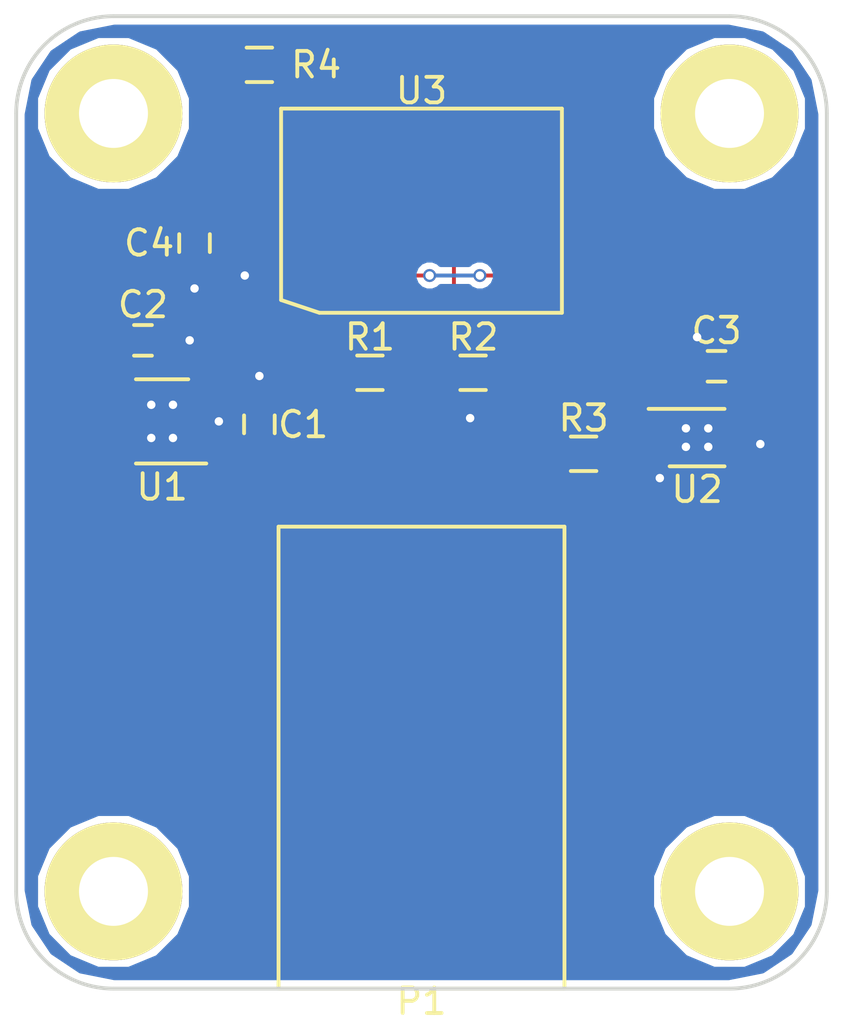
<source format=kicad_pcb>
(kicad_pcb (version 4) (host pcbnew 4.0.2-stable)

  (general
    (links 39)
    (no_connects 0)
    (area 136.449999 101.524999 168.350001 139.775001)
    (thickness 1.6)
    (drawings 8)
    (tracks 116)
    (zones 0)
    (modules 16)
    (nets 8)
  )

  (page A4)
  (layers
    (0 F.Cu signal)
    (31 B.Cu signal)
    (32 B.Adhes user)
    (33 F.Adhes user)
    (34 B.Paste user)
    (35 F.Paste user)
    (36 B.SilkS user)
    (37 F.SilkS user)
    (38 B.Mask user)
    (39 F.Mask user)
    (40 Dwgs.User user)
    (41 Cmts.User user)
    (42 Eco1.User user hide)
    (43 Eco2.User user hide)
    (44 Edge.Cuts user)
    (45 Margin user)
    (46 B.CrtYd user)
    (47 F.CrtYd user)
    (48 B.Fab user)
    (49 F.Fab user hide)
  )

  (setup
    (last_trace_width 0.1524)
    (user_trace_width 0.3556)
    (trace_clearance 0.1524)
    (zone_clearance 0.254)
    (zone_45_only no)
    (trace_min 0.1524)
    (segment_width 0.2)
    (edge_width 0.15)
    (via_size 0.508)
    (via_drill 0.3302)
    (via_min_size 0.508)
    (via_min_drill 0.3302)
    (uvia_size 0.3)
    (uvia_drill 0.1)
    (uvias_allowed no)
    (uvia_min_size 0.2)
    (uvia_min_drill 0.1)
    (pcb_text_width 0.3)
    (pcb_text_size 1.5 1.5)
    (mod_edge_width 0.15)
    (mod_text_size 1 1)
    (mod_text_width 0.15)
    (pad_size 1.524 1.524)
    (pad_drill 0.762)
    (pad_to_mask_clearance 0.0762)
    (solder_mask_min_width 0.1016)
    (aux_axis_origin 0 0)
    (visible_elements 7FFFFF7F)
    (pcbplotparams
      (layerselection 0x00030_80000001)
      (usegerberextensions false)
      (excludeedgelayer true)
      (linewidth 0.100000)
      (plotframeref false)
      (viasonmask false)
      (mode 1)
      (useauxorigin false)
      (hpglpennumber 1)
      (hpglpenspeed 20)
      (hpglpendiameter 15)
      (hpglpenoverlay 2)
      (psnegative false)
      (psa4output false)
      (plotreference true)
      (plotvalue true)
      (plotinvisibletext false)
      (padsonsilk false)
      (subtractmaskfromsilk false)
      (outputformat 1)
      (mirror false)
      (drillshape 1)
      (scaleselection 1)
      (outputdirectory ""))
  )

  (net 0 "")
  (net 1 +5V)
  (net 2 GND)
  (net 3 +3V3)
  (net 4 /I2C_SCL)
  (net 5 /I2C_SDA)
  (net 6 "Net-(R3-Pad2)")
  (net 7 "Net-(R4-Pad2)")

  (net_class Default "This is the default net class."
    (clearance 0.1524)
    (trace_width 0.1524)
    (via_dia 0.508)
    (via_drill 0.3302)
    (uvia_dia 0.3)
    (uvia_drill 0.1)
    (add_net +3V3)
    (add_net +5V)
    (add_net /I2C_SCL)
    (add_net /I2C_SDA)
    (add_net GND)
    (add_net "Net-(R3-Pad2)")
    (add_net "Net-(R4-Pad2)")
  )

  (module footprint:0855025005 (layer F.Cu) (tedit 57812FC9) (tstamp 578133BF)
    (at 152.4 139.7)
    (path /5780F910)
    (fp_text reference P1 (at 0 0.5) (layer F.SilkS)
      (effects (font (size 1 1) (thickness 0.15)))
    )
    (fp_text value CONN_01X04 (at 0 -0.5) (layer F.Fab)
      (effects (font (size 1 1) (thickness 0.15)))
    )
    (fp_line (start -5.6 -18.1) (end -5.6 0) (layer F.SilkS) (width 0.15))
    (fp_line (start 5.6 -18.1) (end -5.6 -18.1) (layer F.SilkS) (width 0.15))
    (fp_line (start 5.6 0) (end 5.6 -18.1) (layer F.SilkS) (width 0.15))
    (fp_line (start -5.6 0) (end 5.6 0) (layer F.SilkS) (width 0.15))
    (pad 1 smd rect (at -1.905 -18.205) (size 0.76 6.35) (layers F.Cu F.Paste F.Mask)
      (net 1 +5V))
    (pad 2 smd rect (at -0.635 -18.205) (size 0.76 6.35) (layers F.Cu F.Paste F.Mask)
      (net 4 /I2C_SCL))
    (pad 3 smd rect (at 0.635 -18.205) (size 0.76 6.35) (layers F.Cu F.Paste F.Mask)
      (net 5 /I2C_SDA))
    (pad 4 smd rect (at 1.905 -18.205) (size 0.76 6.35) (layers F.Cu F.Paste F.Mask)
      (net 2 GND))
    (pad 5 smd rect (at -6.045 -7.88) (size 5.15 2.8) (layers F.Cu F.Paste F.Mask))
    (pad 5 smd rect (at 6.045 -7.88) (size 5.15 2.8) (layers F.Cu F.Paste F.Mask))
  )

  (module Mounting_Holes:MountingHole_2.7mm_M2.5_Pad (layer F.Cu) (tedit 578132B8) (tstamp 5781386D)
    (at 140.335 105.41)
    (descr "Mounting Hole 2.7mm, M2.5")
    (tags "mounting hole 2.7mm m2.5")
    (fp_text reference REF** (at 0 -3.7) (layer F.SilkS) hide
      (effects (font (size 1 1) (thickness 0.15)))
    )
    (fp_text value MountingHole_2.7mm_M2.5_Pad (at 0 3.7) (layer F.Fab)
      (effects (font (size 1 1) (thickness 0.15)))
    )
    (fp_circle (center 0 0) (end 2.7 0) (layer Cmts.User) (width 0.15))
    (fp_circle (center 0 0) (end 2.95 0) (layer F.CrtYd) (width 0.05))
    (pad 1 thru_hole circle (at 0 0) (size 5.4 5.4) (drill 2.7) (layers *.Cu *.Mask F.SilkS))
  )

  (module Mounting_Holes:MountingHole_2.7mm_M2.5_Pad (layer F.Cu) (tedit 578132B8) (tstamp 57813867)
    (at 164.465 105.41)
    (descr "Mounting Hole 2.7mm, M2.5")
    (tags "mounting hole 2.7mm m2.5")
    (fp_text reference REF** (at 0 -3.7) (layer F.SilkS) hide
      (effects (font (size 1 1) (thickness 0.15)))
    )
    (fp_text value MountingHole_2.7mm_M2.5_Pad (at 0 3.7) (layer F.Fab)
      (effects (font (size 1 1) (thickness 0.15)))
    )
    (fp_circle (center 0 0) (end 2.7 0) (layer Cmts.User) (width 0.15))
    (fp_circle (center 0 0) (end 2.95 0) (layer F.CrtYd) (width 0.05))
    (pad 1 thru_hole circle (at 0 0) (size 5.4 5.4) (drill 2.7) (layers *.Cu *.Mask F.SilkS))
  )

  (module Mounting_Holes:MountingHole_2.7mm_M2.5_Pad (layer F.Cu) (tedit 578132B8) (tstamp 57813860)
    (at 164.465 135.89)
    (descr "Mounting Hole 2.7mm, M2.5")
    (tags "mounting hole 2.7mm m2.5")
    (fp_text reference REF** (at 0 -3.7) (layer F.SilkS) hide
      (effects (font (size 1 1) (thickness 0.15)))
    )
    (fp_text value MountingHole_2.7mm_M2.5_Pad (at 0 3.7) (layer F.Fab)
      (effects (font (size 1 1) (thickness 0.15)))
    )
    (fp_circle (center 0 0) (end 2.7 0) (layer Cmts.User) (width 0.15))
    (fp_circle (center 0 0) (end 2.95 0) (layer F.CrtYd) (width 0.05))
    (pad 1 thru_hole circle (at 0 0) (size 5.4 5.4) (drill 2.7) (layers *.Cu *.Mask F.SilkS))
  )

  (module Capacitors_SMD:C_0603 (layer F.Cu) (tedit 5415D631) (tstamp 5781338D)
    (at 146.05 117.59 90)
    (descr "Capacitor SMD 0603, reflow soldering, AVX (see smccp.pdf)")
    (tags "capacitor 0603")
    (path /5780FC8D)
    (attr smd)
    (fp_text reference C1 (at -0.012 1.7145 180) (layer F.SilkS)
      (effects (font (size 1 1) (thickness 0.15)))
    )
    (fp_text value 2.2u (at 0 1.9 90) (layer F.Fab)
      (effects (font (size 1 1) (thickness 0.15)))
    )
    (fp_line (start -1.45 -0.75) (end 1.45 -0.75) (layer F.CrtYd) (width 0.05))
    (fp_line (start -1.45 0.75) (end 1.45 0.75) (layer F.CrtYd) (width 0.05))
    (fp_line (start -1.45 -0.75) (end -1.45 0.75) (layer F.CrtYd) (width 0.05))
    (fp_line (start 1.45 -0.75) (end 1.45 0.75) (layer F.CrtYd) (width 0.05))
    (fp_line (start -0.35 -0.6) (end 0.35 -0.6) (layer F.SilkS) (width 0.15))
    (fp_line (start 0.35 0.6) (end -0.35 0.6) (layer F.SilkS) (width 0.15))
    (pad 1 smd rect (at -0.75 0 90) (size 0.8 0.75) (layers F.Cu F.Paste F.Mask)
      (net 1 +5V))
    (pad 2 smd rect (at 0.75 0 90) (size 0.8 0.75) (layers F.Cu F.Paste F.Mask)
      (net 2 GND))
    (model Capacitors_SMD.3dshapes/C_0603.wrl
      (at (xyz 0 0 0))
      (scale (xyz 1 1 1))
      (rotate (xyz 0 0 0))
    )
  )

  (module Capacitors_SMD:C_0603 (layer F.Cu) (tedit 5415D631) (tstamp 57813399)
    (at 141.49 114.3)
    (descr "Capacitor SMD 0603, reflow soldering, AVX (see smccp.pdf)")
    (tags "capacitor 0603")
    (path /5780FCD4)
    (attr smd)
    (fp_text reference C2 (at 0 -1.397) (layer F.SilkS)
      (effects (font (size 1 1) (thickness 0.15)))
    )
    (fp_text value 2.2u (at 0 1.9) (layer F.Fab)
      (effects (font (size 1 1) (thickness 0.15)))
    )
    (fp_line (start -1.45 -0.75) (end 1.45 -0.75) (layer F.CrtYd) (width 0.05))
    (fp_line (start -1.45 0.75) (end 1.45 0.75) (layer F.CrtYd) (width 0.05))
    (fp_line (start -1.45 -0.75) (end -1.45 0.75) (layer F.CrtYd) (width 0.05))
    (fp_line (start 1.45 -0.75) (end 1.45 0.75) (layer F.CrtYd) (width 0.05))
    (fp_line (start -0.35 -0.6) (end 0.35 -0.6) (layer F.SilkS) (width 0.15))
    (fp_line (start 0.35 0.6) (end -0.35 0.6) (layer F.SilkS) (width 0.15))
    (pad 1 smd rect (at -0.75 0) (size 0.8 0.75) (layers F.Cu F.Paste F.Mask)
      (net 3 +3V3))
    (pad 2 smd rect (at 0.75 0) (size 0.8 0.75) (layers F.Cu F.Paste F.Mask)
      (net 2 GND))
    (model Capacitors_SMD.3dshapes/C_0603.wrl
      (at (xyz 0 0 0))
      (scale (xyz 1 1 1))
      (rotate (xyz 0 0 0))
    )
  )

  (module Capacitors_SMD:C_0603 (layer F.Cu) (tedit 5415D631) (tstamp 578133A5)
    (at 163.957 115.316 180)
    (descr "Capacitor SMD 0603, reflow soldering, AVX (see smccp.pdf)")
    (tags "capacitor 0603")
    (path /57810860)
    (attr smd)
    (fp_text reference C3 (at 0 1.397 180) (layer F.SilkS)
      (effects (font (size 1 1) (thickness 0.15)))
    )
    (fp_text value 0.1u (at 0 1.9 180) (layer F.Fab)
      (effects (font (size 1 1) (thickness 0.15)))
    )
    (fp_line (start -1.45 -0.75) (end 1.45 -0.75) (layer F.CrtYd) (width 0.05))
    (fp_line (start -1.45 0.75) (end 1.45 0.75) (layer F.CrtYd) (width 0.05))
    (fp_line (start -1.45 -0.75) (end -1.45 0.75) (layer F.CrtYd) (width 0.05))
    (fp_line (start 1.45 -0.75) (end 1.45 0.75) (layer F.CrtYd) (width 0.05))
    (fp_line (start -0.35 -0.6) (end 0.35 -0.6) (layer F.SilkS) (width 0.15))
    (fp_line (start 0.35 0.6) (end -0.35 0.6) (layer F.SilkS) (width 0.15))
    (pad 1 smd rect (at -0.75 0 180) (size 0.8 0.75) (layers F.Cu F.Paste F.Mask)
      (net 3 +3V3))
    (pad 2 smd rect (at 0.75 0 180) (size 0.8 0.75) (layers F.Cu F.Paste F.Mask)
      (net 2 GND))
    (model Capacitors_SMD.3dshapes/C_0603.wrl
      (at (xyz 0 0 0))
      (scale (xyz 1 1 1))
      (rotate (xyz 0 0 0))
    )
  )

  (module Capacitors_SMD:C_0603 (layer F.Cu) (tedit 5415D631) (tstamp 578133B1)
    (at 143.51 110.49 270)
    (descr "Capacitor SMD 0603, reflow soldering, AVX (see smccp.pdf)")
    (tags "capacitor 0603")
    (path /57812797)
    (attr smd)
    (fp_text reference C4 (at 0 1.778 360) (layer F.SilkS)
      (effects (font (size 1 1) (thickness 0.15)))
    )
    (fp_text value 0.1u (at 0 1.9 270) (layer F.Fab)
      (effects (font (size 1 1) (thickness 0.15)))
    )
    (fp_line (start -1.45 -0.75) (end 1.45 -0.75) (layer F.CrtYd) (width 0.05))
    (fp_line (start -1.45 0.75) (end 1.45 0.75) (layer F.CrtYd) (width 0.05))
    (fp_line (start -1.45 -0.75) (end -1.45 0.75) (layer F.CrtYd) (width 0.05))
    (fp_line (start 1.45 -0.75) (end 1.45 0.75) (layer F.CrtYd) (width 0.05))
    (fp_line (start -0.35 -0.6) (end 0.35 -0.6) (layer F.SilkS) (width 0.15))
    (fp_line (start 0.35 0.6) (end -0.35 0.6) (layer F.SilkS) (width 0.15))
    (pad 1 smd rect (at -0.75 0 270) (size 0.8 0.75) (layers F.Cu F.Paste F.Mask)
      (net 3 +3V3))
    (pad 2 smd rect (at 0.75 0 270) (size 0.8 0.75) (layers F.Cu F.Paste F.Mask)
      (net 2 GND))
    (model Capacitors_SMD.3dshapes/C_0603.wrl
      (at (xyz 0 0 0))
      (scale (xyz 1 1 1))
      (rotate (xyz 0 0 0))
    )
  )

  (module Resistors_SMD:R_0603 (layer F.Cu) (tedit 5415CC62) (tstamp 578133CB)
    (at 150.38 115.57)
    (descr "Resistor SMD 0603, reflow soldering, Vishay (see dcrcw.pdf)")
    (tags "resistor 0603")
    (path /57810C11)
    (attr smd)
    (fp_text reference R1 (at 0 -1.397) (layer F.SilkS)
      (effects (font (size 1 1) (thickness 0.15)))
    )
    (fp_text value DNP (at 0 1.9) (layer F.Fab)
      (effects (font (size 1 1) (thickness 0.15)))
    )
    (fp_line (start -1.3 -0.8) (end 1.3 -0.8) (layer F.CrtYd) (width 0.05))
    (fp_line (start -1.3 0.8) (end 1.3 0.8) (layer F.CrtYd) (width 0.05))
    (fp_line (start -1.3 -0.8) (end -1.3 0.8) (layer F.CrtYd) (width 0.05))
    (fp_line (start 1.3 -0.8) (end 1.3 0.8) (layer F.CrtYd) (width 0.05))
    (fp_line (start 0.5 0.675) (end -0.5 0.675) (layer F.SilkS) (width 0.15))
    (fp_line (start -0.5 -0.675) (end 0.5 -0.675) (layer F.SilkS) (width 0.15))
    (pad 1 smd rect (at -0.75 0) (size 0.5 0.9) (layers F.Cu F.Paste F.Mask)
      (net 3 +3V3))
    (pad 2 smd rect (at 0.75 0) (size 0.5 0.9) (layers F.Cu F.Paste F.Mask)
      (net 4 /I2C_SCL))
    (model Resistors_SMD.3dshapes/R_0603.wrl
      (at (xyz 0 0 0))
      (scale (xyz 1 1 1))
      (rotate (xyz 0 0 0))
    )
  )

  (module Resistors_SMD:R_0603 (layer F.Cu) (tedit 5415CC62) (tstamp 578133D7)
    (at 154.42 115.57 180)
    (descr "Resistor SMD 0603, reflow soldering, Vishay (see dcrcw.pdf)")
    (tags "resistor 0603")
    (path /57810C3E)
    (attr smd)
    (fp_text reference R2 (at -0.012 1.397 180) (layer F.SilkS)
      (effects (font (size 1 1) (thickness 0.15)))
    )
    (fp_text value DNP (at 0 1.9 180) (layer F.Fab)
      (effects (font (size 1 1) (thickness 0.15)))
    )
    (fp_line (start -1.3 -0.8) (end 1.3 -0.8) (layer F.CrtYd) (width 0.05))
    (fp_line (start -1.3 0.8) (end 1.3 0.8) (layer F.CrtYd) (width 0.05))
    (fp_line (start -1.3 -0.8) (end -1.3 0.8) (layer F.CrtYd) (width 0.05))
    (fp_line (start 1.3 -0.8) (end 1.3 0.8) (layer F.CrtYd) (width 0.05))
    (fp_line (start 0.5 0.675) (end -0.5 0.675) (layer F.SilkS) (width 0.15))
    (fp_line (start -0.5 -0.675) (end 0.5 -0.675) (layer F.SilkS) (width 0.15))
    (pad 1 smd rect (at -0.75 0 180) (size 0.5 0.9) (layers F.Cu F.Paste F.Mask)
      (net 3 +3V3))
    (pad 2 smd rect (at 0.75 0 180) (size 0.5 0.9) (layers F.Cu F.Paste F.Mask)
      (net 5 /I2C_SDA))
    (model Resistors_SMD.3dshapes/R_0603.wrl
      (at (xyz 0 0 0))
      (scale (xyz 1 1 1))
      (rotate (xyz 0 0 0))
    )
  )

  (module Resistors_SMD:R_0603 (layer F.Cu) (tedit 5415CC62) (tstamp 578133E3)
    (at 158.75 118.745)
    (descr "Resistor SMD 0603, reflow soldering, Vishay (see dcrcw.pdf)")
    (tags "resistor 0603")
    (path /578111D3)
    (attr smd)
    (fp_text reference R3 (at 0 -1.397) (layer F.SilkS)
      (effects (font (size 1 1) (thickness 0.15)))
    )
    (fp_text value 4.7k (at 0 1.9) (layer F.Fab)
      (effects (font (size 1 1) (thickness 0.15)))
    )
    (fp_line (start -1.3 -0.8) (end 1.3 -0.8) (layer F.CrtYd) (width 0.05))
    (fp_line (start -1.3 0.8) (end 1.3 0.8) (layer F.CrtYd) (width 0.05))
    (fp_line (start -1.3 -0.8) (end -1.3 0.8) (layer F.CrtYd) (width 0.05))
    (fp_line (start 1.3 -0.8) (end 1.3 0.8) (layer F.CrtYd) (width 0.05))
    (fp_line (start 0.5 0.675) (end -0.5 0.675) (layer F.SilkS) (width 0.15))
    (fp_line (start -0.5 -0.675) (end 0.5 -0.675) (layer F.SilkS) (width 0.15))
    (pad 1 smd rect (at -0.75 0) (size 0.5 0.9) (layers F.Cu F.Paste F.Mask)
      (net 3 +3V3))
    (pad 2 smd rect (at 0.75 0) (size 0.5 0.9) (layers F.Cu F.Paste F.Mask)
      (net 6 "Net-(R3-Pad2)"))
    (model Resistors_SMD.3dshapes/R_0603.wrl
      (at (xyz 0 0 0))
      (scale (xyz 1 1 1))
      (rotate (xyz 0 0 0))
    )
  )

  (module Resistors_SMD:R_0603 (layer F.Cu) (tedit 5415CC62) (tstamp 578133EF)
    (at 146.05 103.505)
    (descr "Resistor SMD 0603, reflow soldering, Vishay (see dcrcw.pdf)")
    (tags "resistor 0603")
    (path /57812407)
    (attr smd)
    (fp_text reference R4 (at 2.2225 0) (layer F.SilkS)
      (effects (font (size 1 1) (thickness 0.15)))
    )
    (fp_text value 4.7k (at 0 1.9) (layer F.Fab)
      (effects (font (size 1 1) (thickness 0.15)))
    )
    (fp_line (start -1.3 -0.8) (end 1.3 -0.8) (layer F.CrtYd) (width 0.05))
    (fp_line (start -1.3 0.8) (end 1.3 0.8) (layer F.CrtYd) (width 0.05))
    (fp_line (start -1.3 -0.8) (end -1.3 0.8) (layer F.CrtYd) (width 0.05))
    (fp_line (start 1.3 -0.8) (end 1.3 0.8) (layer F.CrtYd) (width 0.05))
    (fp_line (start 0.5 0.675) (end -0.5 0.675) (layer F.SilkS) (width 0.15))
    (fp_line (start -0.5 -0.675) (end 0.5 -0.675) (layer F.SilkS) (width 0.15))
    (pad 1 smd rect (at -0.75 0) (size 0.5 0.9) (layers F.Cu F.Paste F.Mask)
      (net 3 +3V3))
    (pad 2 smd rect (at 0.75 0) (size 0.5 0.9) (layers F.Cu F.Paste F.Mask)
      (net 7 "Net-(R4-Pad2)"))
    (model Resistors_SMD.3dshapes/R_0603.wrl
      (at (xyz 0 0 0))
      (scale (xyz 1 1 1))
      (rotate (xyz 0 0 0))
    )
  )

  (module Housings_DFN_QFN:DFN-6-1EP_3x3mm_Pitch0.95mm (layer F.Cu) (tedit 54130A77) (tstamp 57813403)
    (at 142.24 117.475 180)
    (descr "DFN6 3*3 MM, 0.95 PITCH; CASE 506AH-01 (see ON Semiconductor 506AH.PDF)")
    (tags "DFN 0.95")
    (path /5780F895)
    (attr smd)
    (fp_text reference U1 (at 0 -2.575 180) (layer F.SilkS)
      (effects (font (size 1 1) (thickness 0.15)))
    )
    (fp_text value LP38691 (at 0 2.575 180) (layer F.Fab)
      (effects (font (size 1 1) (thickness 0.15)))
    )
    (fp_line (start -1.9 -1.85) (end -1.9 1.85) (layer F.CrtYd) (width 0.05))
    (fp_line (start 1.9 -1.85) (end 1.9 1.85) (layer F.CrtYd) (width 0.05))
    (fp_line (start -1.9 -1.85) (end 1.9 -1.85) (layer F.CrtYd) (width 0.05))
    (fp_line (start -1.9 1.85) (end 1.9 1.85) (layer F.CrtYd) (width 0.05))
    (fp_line (start -1.025 1.65) (end 1.025 1.65) (layer F.SilkS) (width 0.15))
    (fp_line (start -1.73 -1.65) (end 1.025 -1.65) (layer F.SilkS) (width 0.15))
    (pad 1 smd rect (at -1.34 -0.95 180) (size 0.63 0.45) (layers F.Cu F.Paste F.Mask)
      (net 1 +5V))
    (pad 2 smd rect (at -1.34 0 180) (size 0.63 0.45) (layers F.Cu F.Paste F.Mask)
      (net 2 GND))
    (pad 3 smd rect (at -1.34 0.95 180) (size 0.63 0.45) (layers F.Cu F.Paste F.Mask))
    (pad 4 smd rect (at 1.34 0.95 180) (size 0.63 0.45) (layers F.Cu F.Paste F.Mask)
      (net 3 +3V3))
    (pad 5 smd rect (at 1.34 0 180) (size 0.63 0.45) (layers F.Cu F.Paste F.Mask)
      (net 3 +3V3))
    (pad 6 smd rect (at 1.34 -0.95 180) (size 0.63 0.45) (layers F.Cu F.Paste F.Mask)
      (net 1 +5V))
    (pad 7 smd rect (at 0.425 0.65 180) (size 0.85 1.3) (layers F.Cu F.Paste F.Mask)
      (net 2 GND) (solder_paste_margin_ratio -0.2))
    (pad 7 smd rect (at 0.425 -0.65 180) (size 0.85 1.3) (layers F.Cu F.Paste F.Mask)
      (net 2 GND) (solder_paste_margin_ratio -0.2))
    (pad 7 smd rect (at -0.425 0.65 180) (size 0.85 1.3) (layers F.Cu F.Paste F.Mask)
      (net 2 GND) (solder_paste_margin_ratio -0.2))
    (pad 7 smd rect (at -0.425 -0.65 180) (size 0.85 1.3) (layers F.Cu F.Paste F.Mask)
      (net 2 GND) (solder_paste_margin_ratio -0.2))
    (model Housings_DFN_QFN.3dshapes/DFN-6-1EP_3x3mm_Pitch0.95mm.wrl
      (at (xyz 0 0 0))
      (scale (xyz 1 1 1))
      (rotate (xyz 0 0 0))
    )
  )

  (module Housings_DFN_QFN:DFN-8-1EP_3x2mm_Pitch0.5mm (layer F.Cu) (tedit 54130A77) (tstamp 57813419)
    (at 163.195 118.11)
    (descr "8-Lead Plastic Dual Flat, No Lead Package (MC) - 2x3x0.9 mm Body [DFN] (see Microchip Packaging Specification 00000049BS.pdf)")
    (tags "DFN 0.5")
    (path /57811929)
    (attr smd)
    (fp_text reference U2 (at 0 2.032) (layer F.SilkS)
      (effects (font (size 1 1) (thickness 0.15)))
    )
    (fp_text value MCP9808 (at 0 2.05) (layer F.Fab)
      (effects (font (size 1 1) (thickness 0.15)))
    )
    (fp_line (start -2.1 -1.3) (end -2.1 1.3) (layer F.CrtYd) (width 0.05))
    (fp_line (start 2.1 -1.3) (end 2.1 1.3) (layer F.CrtYd) (width 0.05))
    (fp_line (start -2.1 -1.3) (end 2.1 -1.3) (layer F.CrtYd) (width 0.05))
    (fp_line (start -2.1 1.3) (end 2.1 1.3) (layer F.CrtYd) (width 0.05))
    (fp_line (start -1.075 1.125) (end 1.075 1.125) (layer F.SilkS) (width 0.15))
    (fp_line (start -1.9 -1.125) (end 1.075 -1.125) (layer F.SilkS) (width 0.15))
    (pad 1 smd rect (at -1.45 -0.75) (size 0.75 0.3) (layers F.Cu F.Paste F.Mask)
      (net 5 /I2C_SDA))
    (pad 2 smd rect (at -1.45 -0.25) (size 0.75 0.3) (layers F.Cu F.Paste F.Mask)
      (net 4 /I2C_SCL))
    (pad 3 smd rect (at -1.45 0.25) (size 0.75 0.3) (layers F.Cu F.Paste F.Mask)
      (net 6 "Net-(R3-Pad2)"))
    (pad 4 smd rect (at -1.45 0.75) (size 0.75 0.3) (layers F.Cu F.Paste F.Mask)
      (net 2 GND))
    (pad 5 smd rect (at 1.45 0.75) (size 0.75 0.3) (layers F.Cu F.Paste F.Mask)
      (net 2 GND))
    (pad 6 smd rect (at 1.45 0.25) (size 0.75 0.3) (layers F.Cu F.Paste F.Mask)
      (net 2 GND))
    (pad 7 smd rect (at 1.45 -0.25) (size 0.75 0.3) (layers F.Cu F.Paste F.Mask)
      (net 2 GND))
    (pad 8 smd rect (at 1.45 -0.75) (size 0.75 0.3) (layers F.Cu F.Paste F.Mask)
      (net 3 +3V3))
    (pad 9 smd rect (at 0.4375 0.3625) (size 0.875 0.725) (layers F.Cu F.Paste F.Mask)
      (net 2 GND) (solder_paste_margin_ratio -0.2))
    (pad 9 smd rect (at 0.4375 -0.3625) (size 0.875 0.725) (layers F.Cu F.Paste F.Mask)
      (net 2 GND) (solder_paste_margin_ratio -0.2))
    (pad 9 smd rect (at -0.4375 0.3625) (size 0.875 0.725) (layers F.Cu F.Paste F.Mask)
      (net 2 GND) (solder_paste_margin_ratio -0.2))
    (pad 9 smd rect (at -0.4375 -0.3625) (size 0.875 0.725) (layers F.Cu F.Paste F.Mask)
      (net 2 GND) (solder_paste_margin_ratio -0.2))
    (model Housings_DFN_QFN.3dshapes/DFN-8-1EP_3x2mm_Pitch0.5mm.wrl
      (at (xyz 0 0 0))
      (scale (xyz 1 1 1))
      (rotate (xyz 0 0 0))
    )
  )

  (module footprint:ABPMANN030PG2A3 (layer F.Cu) (tedit 57812C19) (tstamp 57813428)
    (at 152.4 109.22)
    (path /57811CED)
    (fp_text reference U3 (at 0 -4.699) (layer F.SilkS)
      (effects (font (size 1 1) (thickness 0.15)))
    )
    (fp_text value ABPMANN030PG2A3 (at 0 -0.5) (layer F.Fab)
      (effects (font (size 1 1) (thickness 0.15)))
    )
    (fp_line (start -4 4) (end 5.5 4) (layer F.SilkS) (width 0.15))
    (fp_line (start -5.5 3.5) (end -5.5 -4) (layer F.SilkS) (width 0.15))
    (fp_line (start -5.5 3.5) (end -4 4) (layer F.SilkS) (width 0.15))
    (fp_line (start 5.5 -4) (end 5.5 4) (layer F.SilkS) (width 0.15))
    (fp_line (start -5.5 -4) (end 5.5 -4) (layer F.SilkS) (width 0.15))
    (pad 1 smd rect (at -5.3 2.54) (size 1.75 0.65) (layers F.Cu F.Paste F.Mask)
      (net 2 GND))
    (pad 2 smd rect (at -5.3 0) (size 1.75 0.65) (layers F.Cu F.Paste F.Mask)
      (net 3 +3V3))
    (pad 3 smd rect (at -5.3 -2.54) (size 1.75 0.65) (layers F.Cu F.Paste F.Mask)
      (net 7 "Net-(R4-Pad2)"))
    (pad 4 smd rect (at 5.3 -2.54) (size 1.75 0.65) (layers F.Cu F.Paste F.Mask))
    (pad 5 smd rect (at 5.3 0) (size 1.75 0.65) (layers F.Cu F.Paste F.Mask)
      (net 5 /I2C_SDA))
    (pad 6 smd rect (at 5.3 2.54) (size 1.75 0.65) (layers F.Cu F.Paste F.Mask)
      (net 4 /I2C_SCL))
  )

  (module Mounting_Holes:MountingHole_2.7mm_M2.5_Pad (layer F.Cu) (tedit 578132B8) (tstamp 5781382E)
    (at 140.335 135.89)
    (descr "Mounting Hole 2.7mm, M2.5")
    (tags "mounting hole 2.7mm m2.5")
    (fp_text reference REF** (at 0 -3.7) (layer F.SilkS) hide
      (effects (font (size 1 1) (thickness 0.15)))
    )
    (fp_text value MountingHole_2.7mm_M2.5_Pad (at 0 3.7) (layer F.Fab)
      (effects (font (size 1 1) (thickness 0.15)))
    )
    (fp_circle (center 0 0) (end 2.7 0) (layer Cmts.User) (width 0.15))
    (fp_circle (center 0 0) (end 2.95 0) (layer F.CrtYd) (width 0.05))
    (pad 1 thru_hole circle (at 0 0) (size 5.4 5.4) (drill 2.7) (layers *.Cu *.Mask F.SilkS))
  )

  (gr_line (start 164.465 101.6) (end 140.335 101.6) (layer Edge.Cuts) (width 0.15))
  (gr_line (start 168.275 135.89) (end 168.275 105.41) (layer Edge.Cuts) (width 0.15))
  (gr_line (start 140.335 139.7) (end 164.465 139.7) (layer Edge.Cuts) (width 0.15))
  (gr_line (start 136.525 105.41) (end 136.525 135.89) (layer Edge.Cuts) (width 0.15))
  (gr_arc (start 140.335 135.89) (end 140.335 139.7) (angle 90) (layer Edge.Cuts) (width 0.15))
  (gr_arc (start 164.465 135.89) (end 168.275 135.89) (angle 90) (layer Edge.Cuts) (width 0.15))
  (gr_arc (start 164.465 105.41) (end 164.465 101.6) (angle 90) (layer Edge.Cuts) (width 0.15))
  (gr_arc (start 140.335 105.41) (end 136.525 105.41) (angle 90) (layer Edge.Cuts) (width 0.15))

  (segment (start 143.58 118.425) (end 143.58 119.183) (width 0.3556) (layer F.Cu) (net 1))
  (segment (start 143.58 119.183) (end 143.129 119.634) (width 0.3556) (layer F.Cu) (net 1))
  (segment (start 143.129 119.634) (end 141.351 119.634) (width 0.3556) (layer F.Cu) (net 1))
  (segment (start 141.351 119.634) (end 140.9 119.183) (width 0.3556) (layer F.Cu) (net 1))
  (segment (start 140.9 119.183) (end 140.9 118.425) (width 0.3556) (layer F.Cu) (net 1))
  (segment (start 143.58 118.425) (end 145.965 118.425) (width 0.3556) (layer F.Cu) (net 1))
  (segment (start 145.965 118.425) (end 146.05 118.34) (width 0.3556) (layer F.Cu) (net 1))
  (segment (start 146.05 118.34) (end 147.55 118.34) (width 0.3556) (layer F.Cu) (net 1))
  (segment (start 147.55 118.34) (end 148.209 118.999) (width 0.3556) (layer F.Cu) (net 1))
  (segment (start 148.209 118.999) (end 148.209 120.904) (width 0.3556) (layer F.Cu) (net 1))
  (segment (start 148.209 120.904) (end 148.8 121.495) (width 0.3556) (layer F.Cu) (net 1))
  (segment (start 148.8 121.495) (end 150.495 121.495) (width 0.3556) (layer F.Cu) (net 1))
  (segment (start 143.51 111.24) (end 143.51 112.268) (width 0.1524) (layer F.Cu) (net 2))
  (via (at 143.51 112.268) (size 0.508) (drill 0.3302) (layers F.Cu B.Cu) (net 2))
  (segment (start 161.745 118.86) (end 161.745 119.687) (width 0.1524) (layer F.Cu) (net 2))
  (segment (start 161.745 119.687) (end 161.7345 119.6975) (width 0.1524) (layer F.Cu) (net 2))
  (via (at 161.7345 119.6975) (size 0.508) (drill 0.3302) (layers F.Cu B.Cu) (net 2))
  (segment (start 164.645 117.86) (end 165.485 117.86) (width 0.1524) (layer F.Cu) (net 2))
  (segment (start 165.485 117.86) (end 165.6715 118.0465) (width 0.1524) (layer F.Cu) (net 2))
  (segment (start 165.6715 118.0465) (end 165.6715 118.364) (width 0.1524) (layer F.Cu) (net 2))
  (segment (start 164.645 118.86) (end 165.493 118.86) (width 0.1524) (layer F.Cu) (net 2))
  (segment (start 165.493 118.86) (end 165.6715 118.6815) (width 0.1524) (layer F.Cu) (net 2))
  (segment (start 165.6715 118.6815) (end 165.6715 118.364) (width 0.1524) (layer F.Cu) (net 2))
  (segment (start 164.645 118.36) (end 165.6675 118.36) (width 0.1524) (layer F.Cu) (net 2))
  (segment (start 165.6675 118.36) (end 165.6715 118.364) (width 0.1524) (layer F.Cu) (net 2))
  (via (at 165.6715 118.364) (size 0.508) (drill 0.3302) (layers F.Cu B.Cu) (net 2))
  (segment (start 143.58 117.475) (end 144.4625 117.475) (width 0.3556) (layer F.Cu) (net 2))
  (via (at 144.4625 117.475) (size 0.508) (drill 0.3302) (layers F.Cu B.Cu) (net 2))
  (segment (start 146.05 116.84) (end 146.05 115.697) (width 0.3556) (layer F.Cu) (net 2))
  (via (at 146.05 115.697) (size 0.508) (drill 0.3302) (layers F.Cu B.Cu) (net 2))
  (via (at 163.6325 117.7475) (size 0.508) (drill 0.3302) (layers F.Cu B.Cu) (net 2))
  (via (at 162.7575 118.4725) (size 0.508) (drill 0.3302) (layers F.Cu B.Cu) (net 2))
  (via (at 163.6325 118.4725) (size 0.508) (drill 0.3302) (layers F.Cu B.Cu) (net 2))
  (via (at 162.7575 117.7475) (size 0.508) (drill 0.3302) (layers F.Cu B.Cu) (net 2))
  (via (at 141.815 118.125) (size 0.508) (drill 0.3302) (layers F.Cu B.Cu) (net 2))
  (via (at 142.665 118.125) (size 0.508) (drill 0.3302) (layers F.Cu B.Cu) (net 2))
  (via (at 142.665 116.825) (size 0.508) (drill 0.3302) (layers F.Cu B.Cu) (net 2))
  (via (at 141.815 116.825) (size 0.508) (drill 0.3302) (layers F.Cu B.Cu) (net 2))
  (segment (start 142.24 114.3) (end 143.3195 114.3) (width 0.3556) (layer F.Cu) (net 2))
  (via (at 143.3195 114.3) (size 0.508) (drill 0.3302) (layers F.Cu B.Cu) (net 2))
  (segment (start 147.1 111.76) (end 145.4785 111.76) (width 0.3556) (layer F.Cu) (net 2))
  (via (at 145.4785 111.76) (size 0.508) (drill 0.3302) (layers F.Cu B.Cu) (net 2))
  (segment (start 163.207 115.316) (end 163.207 114.185) (width 0.1524) (layer F.Cu) (net 2))
  (segment (start 163.207 114.185) (end 163.195 114.173) (width 0.1524) (layer F.Cu) (net 2))
  (via (at 163.195 114.173) (size 0.508) (drill 0.3302) (layers F.Cu B.Cu) (net 2))
  (segment (start 154.305 121.495) (end 154.305 117.348) (width 0.3556) (layer F.Cu) (net 2))
  (via (at 154.305 117.348) (size 0.508) (drill 0.3302) (layers F.Cu B.Cu) (net 2))
  (segment (start 145.3 103.505) (end 145.3 107.327) (width 0.3556) (layer F.Cu) (net 3))
  (segment (start 145.3 107.327) (end 145.542 107.569) (width 0.3556) (layer F.Cu) (net 3))
  (segment (start 145.542 107.569) (end 145.542 109.22) (width 0.3556) (layer F.Cu) (net 3))
  (segment (start 149.5425 109.22) (end 151.892 109.22) (width 0.3556) (layer F.Cu) (net 3))
  (segment (start 147.1 109.22) (end 149.5425 109.22) (width 0.3556) (layer F.Cu) (net 3))
  (segment (start 149.5425 109.22) (end 149.63 109.3075) (width 0.3556) (layer F.Cu) (net 3))
  (segment (start 149.63 109.3075) (end 149.63 115.57) (width 0.3556) (layer F.Cu) (net 3))
  (segment (start 155.17 115.57) (end 157.2895 115.57) (width 0.3556) (layer F.Cu) (net 3))
  (segment (start 157.2895 115.57) (end 158 116.2805) (width 0.3556) (layer F.Cu) (net 3))
  (segment (start 158 116.2805) (end 158 118.745) (width 0.3556) (layer F.Cu) (net 3))
  (segment (start 158.75 120.777) (end 158 120.027) (width 0.3556) (layer F.Cu) (net 3))
  (segment (start 158 120.027) (end 158 118.745) (width 0.3556) (layer F.Cu) (net 3))
  (segment (start 165.6715 120.777) (end 158.75 120.777) (width 0.3556) (layer F.Cu) (net 3))
  (segment (start 166.4335 120.015) (end 165.6715 120.777) (width 0.3556) (layer F.Cu) (net 3))
  (segment (start 166.4335 115.8875) (end 166.4335 120.015) (width 0.3556) (layer F.Cu) (net 3))
  (segment (start 165.862 115.316) (end 166.4335 115.8875) (width 0.3556) (layer F.Cu) (net 3))
  (segment (start 164.707 115.316) (end 165.862 115.316) (width 0.3556) (layer F.Cu) (net 3))
  (segment (start 151.892 109.22) (end 153.0985 108.0135) (width 0.3556) (layer F.Cu) (net 3))
  (segment (start 153.0985 108.0135) (end 161.29 108.0135) (width 0.3556) (layer F.Cu) (net 3))
  (segment (start 161.29 108.0135) (end 164.707 111.4305) (width 0.3556) (layer F.Cu) (net 3))
  (segment (start 164.707 111.4305) (end 164.707 115.316) (width 0.3556) (layer F.Cu) (net 3))
  (segment (start 143.51 109.74) (end 141.593 109.74) (width 0.3556) (layer F.Cu) (net 3))
  (segment (start 141.593 109.74) (end 140.74 110.593) (width 0.3556) (layer F.Cu) (net 3))
  (segment (start 140.74 110.593) (end 140.74 113.5694) (width 0.3556) (layer F.Cu) (net 3))
  (segment (start 140.74 113.5694) (end 140.74 114.3) (width 0.3556) (layer F.Cu) (net 3))
  (segment (start 143.51 109.74) (end 145.022 109.74) (width 0.3556) (layer F.Cu) (net 3))
  (segment (start 145.022 109.74) (end 145.542 109.22) (width 0.3556) (layer F.Cu) (net 3))
  (segment (start 145.542 109.22) (end 147.1 109.22) (width 0.3556) (layer F.Cu) (net 3))
  (segment (start 164.645 117.36) (end 164.645 115.378) (width 0.1524) (layer F.Cu) (net 3))
  (segment (start 164.645 115.378) (end 164.707 115.316) (width 0.1524) (layer F.Cu) (net 3))
  (segment (start 140.9 117.475) (end 140.335 117.475) (width 0.1524) (layer F.Cu) (net 3))
  (segment (start 140.335 117.475) (end 139.954 117.094) (width 0.1524) (layer F.Cu) (net 3))
  (segment (start 139.954 117.094) (end 139.954 115.061) (width 0.1524) (layer F.Cu) (net 3))
  (segment (start 139.954 115.061) (end 140.715 114.3) (width 0.1524) (layer F.Cu) (net 3))
  (segment (start 140.715 114.3) (end 140.74 114.3) (width 0.1524) (layer F.Cu) (net 3))
  (segment (start 140.9 116.525) (end 140.9 114.46) (width 0.3556) (layer F.Cu) (net 3))
  (segment (start 140.9 114.46) (end 140.74 114.3) (width 0.3556) (layer F.Cu) (net 3))
  (segment (start 152.7175 111.76) (end 151.7015 111.76) (width 0.1524) (layer F.Cu) (net 4))
  (segment (start 151.7015 111.76) (end 151.13 112.3315) (width 0.1524) (layer F.Cu) (net 4))
  (segment (start 151.13 112.3315) (end 151.13 114.9676) (width 0.1524) (layer F.Cu) (net 4))
  (segment (start 151.13 114.9676) (end 151.13 115.57) (width 0.1524) (layer F.Cu) (net 4))
  (segment (start 154.686 111.76) (end 152.7175 111.76) (width 0.1524) (layer B.Cu) (net 4))
  (via (at 152.7175 111.76) (size 0.508) (drill 0.3302) (layers F.Cu B.Cu) (net 4))
  (segment (start 156.6726 111.76) (end 154.686 111.76) (width 0.1524) (layer F.Cu) (net 4))
  (via (at 154.686 111.76) (size 0.508) (drill 0.3302) (layers F.Cu B.Cu) (net 4))
  (segment (start 157.7 111.76) (end 156.6726 111.76) (width 0.1524) (layer F.Cu) (net 4))
  (segment (start 161.745 117.86) (end 160.913 117.86) (width 0.1524) (layer F.Cu) (net 4))
  (segment (start 160.913 117.86) (end 160.528 117.475) (width 0.1524) (layer F.Cu) (net 4))
  (segment (start 160.528 117.475) (end 160.528 112.522) (width 0.1524) (layer F.Cu) (net 4))
  (segment (start 160.528 112.522) (end 159.766 111.76) (width 0.1524) (layer F.Cu) (net 4))
  (segment (start 159.766 111.76) (end 157.7 111.76) (width 0.1524) (layer F.Cu) (net 4))
  (segment (start 151.765 121.495) (end 151.765 117.475) (width 0.1524) (layer F.Cu) (net 4))
  (segment (start 151.765 117.475) (end 151.13 116.84) (width 0.1524) (layer F.Cu) (net 4))
  (segment (start 151.13 116.84) (end 151.13 115.57) (width 0.1524) (layer F.Cu) (net 4))
  (segment (start 153.67 110.236) (end 154.686 109.22) (width 0.1524) (layer F.Cu) (net 5))
  (segment (start 154.686 109.22) (end 157.7 109.22) (width 0.1524) (layer F.Cu) (net 5))
  (segment (start 153.67 115.57) (end 153.67 110.236) (width 0.1524) (layer F.Cu) (net 5))
  (segment (start 161.745 117.36) (end 161.745 110.056) (width 0.1524) (layer F.Cu) (net 5))
  (segment (start 161.745 110.056) (end 160.909 109.22) (width 0.1524) (layer F.Cu) (net 5))
  (segment (start 160.909 109.22) (end 157.7 109.22) (width 0.1524) (layer F.Cu) (net 5))
  (segment (start 153.035 121.495) (end 153.035 117.475) (width 0.1524) (layer F.Cu) (net 5))
  (segment (start 153.035 117.475) (end 153.67 116.84) (width 0.1524) (layer F.Cu) (net 5))
  (segment (start 153.67 116.84) (end 153.67 115.57) (width 0.1524) (layer F.Cu) (net 5))
  (segment (start 160.7225 118.36) (end 160.3375 118.745) (width 0.1524) (layer F.Cu) (net 6))
  (segment (start 160.3375 118.745) (end 159.5 118.745) (width 0.1524) (layer F.Cu) (net 6))
  (segment (start 161.745 118.36) (end 160.7225 118.36) (width 0.1524) (layer F.Cu) (net 6))
  (segment (start 147.1 106.68) (end 147.1 105.19) (width 0.1524) (layer F.Cu) (net 7))
  (segment (start 147.1 105.19) (end 146.8 104.89) (width 0.1524) (layer F.Cu) (net 7))
  (segment (start 146.8 104.89) (end 146.8 103.505) (width 0.1524) (layer F.Cu) (net 7))

  (zone (net 2) (net_name GND) (layer B.Cu) (tstamp 0) (hatch edge 0.508)
    (connect_pads (clearance 0.254))
    (min_thickness 0.254)
    (fill yes (arc_segments 16) (thermal_gap 0.508) (thermal_bridge_width 0.508))
    (polygon
      (pts
        (xy 135.89 100.965) (xy 168.91 100.965) (xy 168.91 140.335) (xy 135.89 140.335)
      )
    )
    (filled_polygon
      (pts
        (xy 165.745102 102.319562) (xy 166.830319 103.044681) (xy 167.555438 104.129898) (xy 167.819 105.454911) (xy 167.819 135.845089)
        (xy 167.555438 137.170102) (xy 166.830319 138.255319) (xy 165.745102 138.980438) (xy 164.420089 139.244) (xy 140.379911 139.244)
        (xy 139.054898 138.980438) (xy 137.969681 138.255319) (xy 137.244562 137.170102) (xy 137.111302 136.50016) (xy 137.253467 136.50016)
        (xy 137.721533 137.632966) (xy 138.587475 138.500421) (xy 139.719463 138.970464) (xy 140.94516 138.971533) (xy 142.077966 138.503467)
        (xy 142.945421 137.637525) (xy 143.415464 136.505537) (xy 143.415468 136.50016) (xy 161.383467 136.50016) (xy 161.851533 137.632966)
        (xy 162.717475 138.500421) (xy 163.849463 138.970464) (xy 165.07516 138.971533) (xy 166.207966 138.503467) (xy 167.075421 137.637525)
        (xy 167.545464 136.505537) (xy 167.546533 135.27984) (xy 167.078467 134.147034) (xy 166.212525 133.279579) (xy 165.080537 132.809536)
        (xy 163.85484 132.808467) (xy 162.722034 133.276533) (xy 161.854579 134.142475) (xy 161.384536 135.274463) (xy 161.383467 136.50016)
        (xy 143.415468 136.50016) (xy 143.416533 135.27984) (xy 142.948467 134.147034) (xy 142.082525 133.279579) (xy 140.950537 132.809536)
        (xy 139.72484 132.808467) (xy 138.592034 133.276533) (xy 137.724579 134.142475) (xy 137.254536 135.274463) (xy 137.253467 136.50016)
        (xy 137.111302 136.50016) (xy 136.981 135.845089) (xy 136.981 111.885755) (xy 152.08239 111.885755) (xy 152.17886 112.119228)
        (xy 152.357332 112.298013) (xy 152.590637 112.394889) (xy 152.843255 112.39511) (xy 153.076728 112.29864) (xy 153.158311 112.2172)
        (xy 154.24516 112.2172) (xy 154.325832 112.298013) (xy 154.559137 112.394889) (xy 154.811755 112.39511) (xy 155.045228 112.29864)
        (xy 155.224013 112.120168) (xy 155.320889 111.886863) (xy 155.32111 111.634245) (xy 155.22464 111.400772) (xy 155.046168 111.221987)
        (xy 154.812863 111.125111) (xy 154.560245 111.12489) (xy 154.326772 111.22136) (xy 154.245189 111.3028) (xy 153.15834 111.3028)
        (xy 153.077668 111.221987) (xy 152.844363 111.125111) (xy 152.591745 111.12489) (xy 152.358272 111.22136) (xy 152.179487 111.399832)
        (xy 152.082611 111.633137) (xy 152.08239 111.885755) (xy 136.981 111.885755) (xy 136.981 106.02016) (xy 137.253467 106.02016)
        (xy 137.721533 107.152966) (xy 138.587475 108.020421) (xy 139.719463 108.490464) (xy 140.94516 108.491533) (xy 142.077966 108.023467)
        (xy 142.945421 107.157525) (xy 143.415464 106.025537) (xy 143.415468 106.02016) (xy 161.383467 106.02016) (xy 161.851533 107.152966)
        (xy 162.717475 108.020421) (xy 163.849463 108.490464) (xy 165.07516 108.491533) (xy 166.207966 108.023467) (xy 167.075421 107.157525)
        (xy 167.545464 106.025537) (xy 167.546533 104.79984) (xy 167.078467 103.667034) (xy 166.212525 102.799579) (xy 165.080537 102.329536)
        (xy 163.85484 102.328467) (xy 162.722034 102.796533) (xy 161.854579 103.662475) (xy 161.384536 104.794463) (xy 161.383467 106.02016)
        (xy 143.415468 106.02016) (xy 143.416533 104.79984) (xy 142.948467 103.667034) (xy 142.082525 102.799579) (xy 140.950537 102.329536)
        (xy 139.72484 102.328467) (xy 138.592034 102.796533) (xy 137.724579 103.662475) (xy 137.254536 104.794463) (xy 137.253467 106.02016)
        (xy 136.981 106.02016) (xy 136.981 105.454911) (xy 137.244562 104.129898) (xy 137.969681 103.044681) (xy 139.054898 102.319562)
        (xy 140.379911 102.056) (xy 164.420089 102.056)
      )
    )
  )
)

</source>
